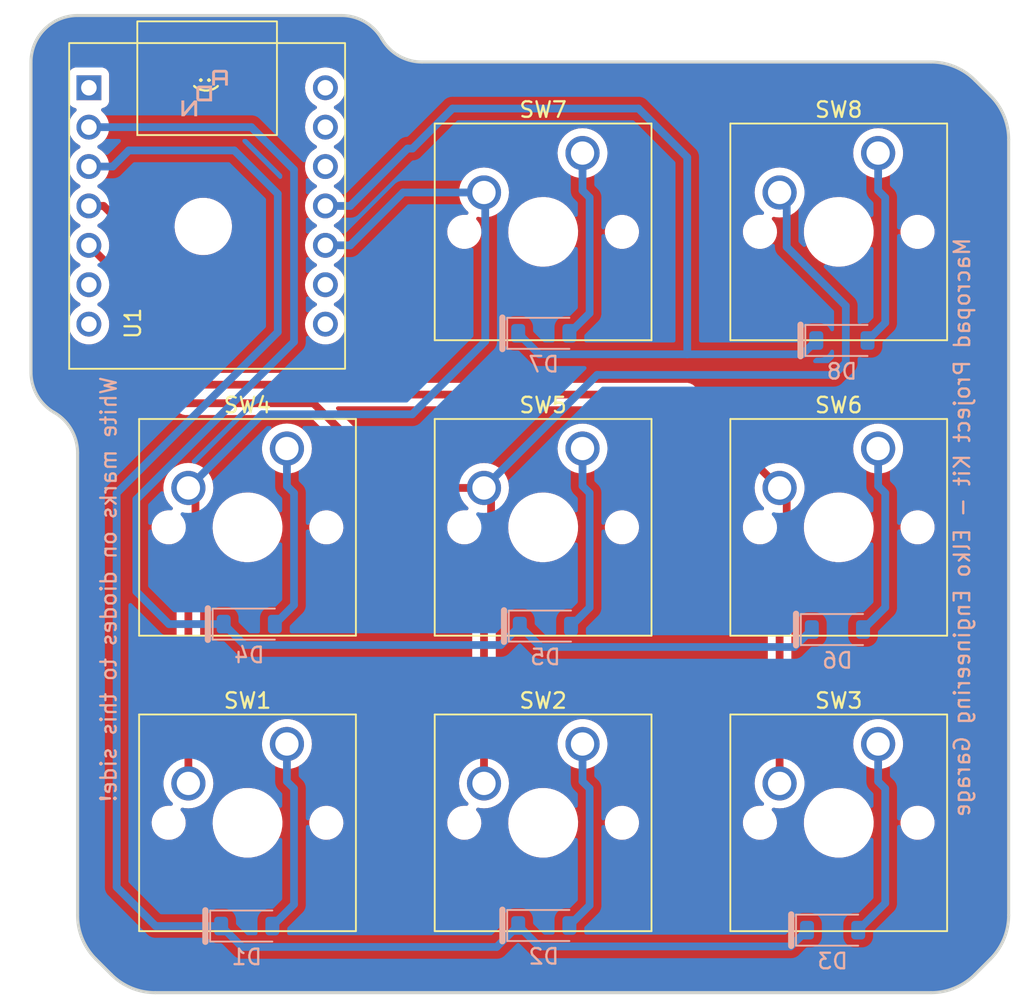
<source format=kicad_pcb>
(kicad_pcb (version 20221018) (generator pcbnew)
  (layers (0 "F.Cu" signal) (31 "B.Cu" signal) (34 "B.Paste" user) (35 "F.Paste" user) (36 "B.SilkS" user "B.Silkscreen") (37 "F.SilkS" user "F.Silkscreen") (38 "B.Mask" user) (39 "F.Mask" user) (44 "Edge.Cuts" user))
  (net 0 "")
  (net 1 "Net-(D1-Pad1)")
  (net 2 "Net-(D1-Pad2)")
  (net 3 "Net-(D2-Pad2)")
  (net 4 "Net-(D3-Pad2)")
  (net 5 "Net-(D4-Pad1)")
  (net 6 "Net-(D4-Pad2)")
  (net 7 "Net-(D5-Pad2)")
  (net 8 "Net-(D6-Pad2)")
  (net 9 "Net-(D7-Pad1)")
  (net 10 "Net-(D7-Pad2)")
  (net 11 "Net-(D8-Pad2)")
  (net 12 "Net-(SW1-Pad2)")
  (net 13 "Net-(SW2-Pad2)")
  (net 14 "Net-(SW3-Pad2)")
  (footprint "Proj_Library:SW_Cherry_MX_1.00u_PCB" (layer "F.Cu") (at 129.083 87.3)
    (fp_text reference "SW4" (at -2.54 -2.794) (layer "F.SilkS"))
    (fp_text value "SW_Push")
    (fp_line (start -9.525 -1.905) (end 4.445 -1.905) (stroke (width 0.12)) (layer "F.SilkS"))
    (fp_line (start -9.525 12.065) (end -9.525 -1.905) (stroke (width 0.12)) (layer "F.SilkS"))
    (fp_line (start 4.445 -1.905) (end 4.445 12.065) (stroke (width 0.12)) (layer "F.SilkS"))
    (fp_line (start 4.445 12.065) (end -9.525 12.065) (stroke (width 0.12)) (layer "F.SilkS"))
    (pad "" np_thru_hole circle (at -7.62 5.08) (size 1.7 1.7) (drill 1.7) (layers "*.Cu" "*.Mask"))
    (pad "" np_thru_hole circle (at -2.54 5.08) (size 4 4) (drill 4) (layers "*.Cu" "*.Mask"))
    (pad "" np_thru_hole circle (at 2.54 5.08) (size 1.7 1.7) (drill 1.7) (layers "*.Cu" "*.Mask"))
    (pad "1" thru_hole circle (at 0 0) (size 2.2 2.2) (drill 1.5) (layers "*.Cu" "*.Mask") (net 6 "Net-(D4-Pad2)"))
    (pad "2" thru_hole circle (at -6.35 2.54) (size 2.2 2.2) (drill 1.5) (layers "*.Cu" "*.Mask") (net 12 "Net-(SW1-Pad2)"))
  )
  (footprint "MountingHole:MountingHole_3.2mm_M3" (layer "F.Cu") (at 123.693 72.98)
    (fp_text reference " " (at 0 -4.2) (layer "F.SilkS"))
    (fp_text value "MountingHole_3.2mm_M3")
    (pad "" np_thru_hole circle (at 0 0) (size 3.2 3.2) (drill 3.2) (layers "*.Cu" "*.Mask"))
  )
  (footprint "Proj_Library:SW_Cherry_MX_1.00u_PCB" (layer "F.Cu") (at 129.083 106.35)
    (fp_text reference "SW1" (at -2.54 -2.794) (layer "F.SilkS"))
    (fp_text value "SW_Push")
    (fp_line (start -9.525 -1.905) (end 4.445 -1.905) (stroke (width 0.12)) (layer "F.SilkS"))
    (fp_line (start -9.525 12.065) (end -9.525 -1.905) (stroke (width 0.12)) (layer "F.SilkS"))
    (fp_line (start 4.445 -1.905) (end 4.445 12.065) (stroke (width 0.12)) (layer "F.SilkS"))
    (fp_line (start 4.445 12.065) (end -9.525 12.065) (stroke (width 0.12)) (layer "F.SilkS"))
    (pad "" np_thru_hole circle (at -7.62 5.08) (size 1.7 1.7) (drill 1.7) (layers "*.Cu" "*.Mask"))
    (pad "" np_thru_hole circle (at -2.54 5.08) (size 4 4) (drill 4) (layers "*.Cu" "*.Mask"))
    (pad "" np_thru_hole circle (at 2.54 5.08) (size 1.7 1.7) (drill 1.7) (layers "*.Cu" "*.Mask"))
    (pad "1" thru_hole circle (at 0 0) (size 2.2 2.2) (drill 1.5) (layers "*.Cu" "*.Mask") (net 2 "Net-(D1-Pad2)"))
    (pad "2" thru_hole circle (at -6.35 2.54) (size 2.2 2.2) (drill 1.5) (layers "*.Cu" "*.Mask") (net 12 "Net-(SW1-Pad2)"))
  )
  (footprint "Proj_Library:SW_Cherry_MX_1.00u_PCB" (layer "F.Cu") (at 167.183 106.35)
    (fp_text reference "SW3" (at -2.54 -2.794) (layer "F.SilkS"))
    (fp_text value "SW_Push")
    (fp_line (start -9.525 -1.905) (end 4.445 -1.905) (stroke (width 0.12)) (layer "F.SilkS"))
    (fp_line (start -9.525 12.065) (end -9.525 -1.905) (stroke (width 0.12)) (layer "F.SilkS"))
    (fp_line (start 4.445 -1.905) (end 4.445 12.065) (stroke (width 0.12)) (layer "F.SilkS"))
    (fp_line (start 4.445 12.065) (end -9.525 12.065) (stroke (width 0.12)) (layer "F.SilkS"))
    (pad "" np_thru_hole circle (at -7.62 5.08) (size 1.7 1.7) (drill 1.7) (layers "*.Cu" "*.Mask"))
    (pad "" np_thru_hole circle (at -2.54 5.08) (size 4 4) (drill 4) (layers "*.Cu" "*.Mask"))
    (pad "" np_thru_hole circle (at 2.54 5.08) (size 1.7 1.7) (drill 1.7) (layers "*.Cu" "*.Mask"))
    (pad "1" thru_hole circle (at 0 0) (size 2.2 2.2) (drill 1.5) (layers "*.Cu" "*.Mask") (net 4 "Net-(D3-Pad2)"))
    (pad "2" thru_hole circle (at -6.35 2.54) (size 2.2 2.2) (drill 1.5) (layers "*.Cu" "*.Mask") (net 14 "Net-(SW3-Pad2)"))
  )
  (footprint "Proj_Library:SW_Cherry_MX_1.00u_PCB" (layer "F.Cu") (at 148.133 68.25)
    (fp_text reference "SW7" (at -2.54 -2.794) (layer "F.SilkS"))
    (fp_text value "SW_Push")
    (fp_line (start -9.525 -1.905) (end 4.445 -1.905) (stroke (width 0.12)) (layer "F.SilkS"))
    (fp_line (start -9.525 12.065) (end -9.525 -1.905) (stroke (width 0.12)) (layer "F.SilkS"))
    (fp_line (start 4.445 -1.905) (end 4.445 12.065) (stroke (width 0.12)) (layer "F.SilkS"))
    (fp_line (start 4.445 12.065) (end -9.525 12.065) (stroke (width 0.12)) (layer "F.SilkS"))
    (pad "" np_thru_hole circle (at -7.62 5.08) (size 1.7 1.7) (drill 1.7) (layers "*.Cu" "*.Mask"))
    (pad "" np_thru_hole circle (at -2.54 5.08) (size 4 4) (drill 4) (layers "*.Cu" "*.Mask"))
    (pad "" np_thru_hole circle (at 2.54 5.08) (size 1.7 1.7) (drill 1.7) (layers "*.Cu" "*.Mask"))
    (pad "1" thru_hole circle (at 0 0) (size 2.2 2.2) (drill 1.5) (layers "*.Cu" "*.Mask") (net 10 "Net-(D7-Pad2)"))
    (pad "2" thru_hole circle (at -6.35 2.54) (size 2.2 2.2) (drill 1.5) (layers "*.Cu" "*.Mask") (net 12 "Net-(SW1-Pad2)"))
  )
  (footprint "Proj_Library:SW_Cherry_MX_1.00u_PCB" (layer "F.Cu") (at 148.133 87.3)
    (fp_text reference "SW5" (at -2.54 -2.794) (layer "F.SilkS"))
    (fp_text value "SW_Push")
    (fp_line (start -9.525 -1.905) (end 4.445 -1.905) (stroke (width 0.12)) (layer "F.SilkS"))
    (fp_line (start -9.525 12.065) (end -9.525 -1.905) (stroke (width 0.12)) (layer "F.SilkS"))
    (fp_line (start 4.445 -1.905) (end 4.445 12.065) (stroke (width 0.12)) (layer "F.SilkS"))
    (fp_line (start 4.445 12.065) (end -9.525 12.065) (stroke (width 0.12)) (layer "F.SilkS"))
    (pad "" np_thru_hole circle (at -7.62 5.08) (size 1.7 1.7) (drill 1.7) (layers "*.Cu" "*.Mask"))
    (pad "" np_thru_hole circle (at -2.54 5.08) (size 4 4) (drill 4) (layers "*.Cu" "*.Mask"))
    (pad "" np_thru_hole circle (at 2.54 5.08) (size 1.7 1.7) (drill 1.7) (layers "*.Cu" "*.Mask"))
    (pad "1" thru_hole circle (at 0 0) (size 2.2 2.2) (drill 1.5) (layers "*.Cu" "*.Mask") (net 7 "Net-(D5-Pad2)"))
    (pad "2" thru_hole circle (at -6.35 2.54) (size 2.2 2.2) (drill 1.5) (layers "*.Cu" "*.Mask") (net 13 "Net-(SW2-Pad2)"))
  )
  (footprint "seed_xiao_rpi_2040:MOUDLE14P-2.54-21X17.8MM" (layer "F.Cu") (at 123.941 71.658 90)
    (fp_text reference "U1" (at -7.57 -4.78 90 unlocked) (layer "F.SilkS"))
    (fp_text value "MOUDLE-SEEEDUINO-XIAO")
    (fp_rect (start -10.5 -8.89) (end 10.5 8.89) (stroke (width 0.12)) (fill none) (layer "F.SilkS"))
    (fp_rect (start 4.57 -4.5) (end 11.9 4.5) (stroke (width 0.12)) (fill none) (layer "F.SilkS"))
    (pad "1" thru_hole rect (at 7.62 -7.62 90) (size 1.6 1.6) (drill 1) (layers "*.Cu" "*.Mask"))
    (pad "2" thru_hole circle (at 5.08 -7.62 90) (size 1.6 1.6) (drill 1) (layers "*.Cu" "*.Mask") (net 5 "Net-(D4-Pad1)"))
    (pad "3" thru_hole circle (at 2.54 -7.62 90) (size 1.6 1.6) (drill 1) (layers "*.Cu" "*.Mask") (net 1 "Net-(D1-Pad1)"))
    (pad "4" thru_hole circle (at 0 -7.62 90) (size 1.6 1.6) (drill 1) (layers "*.Cu" "*.Mask") (net 14 "Net-(SW3-Pad2)"))
    (pad "5" thru_hole circle (at -2.54 -7.62 90) (size 1.6 1.6) (drill 1) (layers "*.Cu" "*.Mask") (net 13 "Net-(SW2-Pad2)"))
    (pad "6" thru_hole circle (at -5.08 -7.62 90) (size 1.6 1.6) (drill 1) (layers "*.Cu" "*.Mask"))
    (pad "7" thru_hole circle (at -7.62 -7.62 90) (size 1.6 1.6) (drill 1) (layers "*.Cu" "*.Mask"))
    (pad "8" thru_hole circle (at -7.62 7.62 90) (size 1.6 1.6) (drill 1) (layers "*.Cu" "*.Mask"))
    (pad "9" thru_hole circle (at -5.08 7.62 90) (size 1.6 1.6) (drill 1) (layers "*.Cu" "*.Mask"))
    (pad "10" thru_hole circle (at -2.54 7.62 90) (size 1.6 1.6) (drill 1) (layers "*.Cu" "*.Mask") (net 12 "Net-(SW1-Pad2)"))
    (pad "11" thru_hole circle (at 0 7.62 90) (size 1.6 1.6) (drill 1) (layers "*.Cu" "*.Mask") (net 9 "Net-(D7-Pad1)"))
    (pad "12" thru_hole circle (at 2.54 7.62 90) (size 1.6 1.6) (drill 1) (layers "*.Cu" "*.Mask"))
    (pad "13" thru_hole circle (at 5.08 7.62 90) (size 1.6 1.6) (drill 1) (layers "*.Cu" "*.Mask"))
    (pad "14" thru_hole circle (at 7.62 7.62 90) (size 1.6 1.6) (drill 1) (layers "*.Cu" "*.Mask"))
  )
  (footprint "Proj_Library:SW_Cherry_MX_1.00u_PCB" (layer "F.Cu") (at 167.183 87.3)
    (fp_text reference "SW6" (at -2.54 -2.794) (layer "F.SilkS"))
    (fp_text value "SW_Push")
    (fp_line (start -9.525 -1.905) (end 4.445 -1.905) (stroke (width 0.12)) (layer "F.SilkS"))
    (fp_line (start -9.525 12.065) (end -9.525 -1.905) (stroke (width 0.12)) (layer "F.SilkS"))
    (fp_line (start 4.445 -1.905) (end 4.445 12.065) (stroke (width 0.12)) (layer "F.SilkS"))
    (fp_line (start 4.445 12.065) (end -9.525 12.065) (stroke (width 0.12)) (layer "F.SilkS"))
    (pad "" np_thru_hole circle (at -7.62 5.08) (size 1.7 1.7) (drill 1.7) (layers "*.Cu" "*.Mask"))
    (pad "" np_thru_hole circle (at -2.54 5.08) (size 4 4) (drill 4) (layers "*.Cu" "*.Mask"))
    (pad "" np_thru_hole circle (at 2.54 5.08) (size 1.7 1.7) (drill 1.7) (layers "*.Cu" "*.Mask"))
    (pad "1" thru_hole circle (at 0 0) (size 2.2 2.2) (drill 1.5) (layers "*.Cu" "*.Mask") (net 8 "Net-(D6-Pad2)"))
    (pad "2" thru_hole circle (at -6.35 2.54) (size 2.2 2.2) (drill 1.5) (layers "*.Cu" "*.Mask") (net 14 "Net-(SW3-Pad2)"))
  )
  (footprint "Proj_Library:SW_Cherry_MX_1.00u_PCB" (layer "F.Cu") (at 167.183 68.25)
    (fp_text reference "SW8" (at -2.54 -2.794) (layer "F.SilkS"))
    (fp_text value "SW_Push")
    (fp_line (start -9.525 -1.905) (end 4.445 -1.905) (stroke (width 0.12)) (layer "F.SilkS"))
    (fp_line (start -9.525 12.065) (end -9.525 -1.905) (stroke (width 0.12)) (layer "F.SilkS"))
    (fp_line (start 4.445 -1.905) (end 4.445 12.065) (stroke (width 0.12)) (layer "F.SilkS"))
    (fp_line (start 4.445 12.065) (end -9.525 12.065) (stroke (width 0.12)) (layer "F.SilkS"))
    (pad "" np_thru_hole circle (at -7.62 5.08) (size 1.7 1.7) (drill 1.7) (layers "*.Cu" "*.Mask"))
    (pad "" np_thru_hole circle (at -2.54 5.08) (size 4 4) (drill 4) (layers "*.Cu" "*.Mask"))
    (pad "" np_thru_hole circle (at 2.54 5.08) (size 1.7 1.7) (drill 1.7) (layers "*.Cu" "*.Mask"))
    (pad "1" thru_hole circle (at 0 0) (size 2.2 2.2) (drill 1.5) (layers "*.Cu" "*.Mask") (net 11 "Net-(D8-Pad2)"))
    (pad "2" thru_hole circle (at -6.35 2.54) (size 2.2 2.2) (drill 1.5) (layers "*.Cu" "*.Mask") (net 13 "Net-(SW2-Pad2)"))
  )
  (footprint "Proj_Library:SW_Cherry_MX_1.00u_PCB" (layer "F.Cu") (at 148.133 106.35)
    (fp_text reference "SW2" (at -2.54 -2.794) (layer "F.SilkS"))
    (fp_text value "SW_Push")
    (fp_line (start -9.525 -1.905) (end 4.445 -1.905) (stroke (width 0.12)) (layer "F.SilkS"))
    (fp_line (start -9.525 12.065) (end -9.525 -1.905) (stroke (width 0.12)) (layer "F.SilkS"))
    (fp_line (start 4.445 -1.905) (end 4.445 12.065) (stroke (width 0.12)) (layer "F.SilkS"))
    (fp_line (start 4.445 12.065) (end -9.525 12.065) (stroke (width 0.12)) (layer "F.SilkS"))
    (pad "" np_thru_hole circle (at -7.62 5.08) (size 1.7 1.7) (drill 1.7) (layers "*.Cu" "*.Mask"))
    (pad "" np_thru_hole circle (at -2.54 5.08) (size 4 4) (drill 4) (layers "*.Cu" "*.Mask"))
    (pad "" np_thru_hole circle (at 2.54 5.08) (size 1.7 1.7) (drill 1.7) (layers "*.Cu" "*.Mask"))
    (pad "1" thru_hole circle (at 0 0) (size 2.2 2.2) (drill 1.5) (layers "*.Cu" "*.Mask") (net 3 "Net-(D2-Pad2)"))
    (pad "2" thru_hole circle (at -6.35 2.54) (size 2.2 2.2) (drill 1.5) (layers "*.Cu" "*.Mask") (net 13 "Net-(SW2-Pad2)"))
  )
  (footprint "Proj_Library:D_SOD-123_polarity_indicated" (layer "B.Cu") (at 145.636 118.05)
    (fp_text reference "D2" (at 0 2 180) (layer "B.SilkS") (effects (justify mirror)))
    (fp_text value "D")
    (fp_line (start -2.667 1.016) (end -2.667 -1.016) (stroke (width 0.4)) (layer "B.SilkS"))
    (fp_line (start -2.36 -1) (end 1.65 -1) (stroke (width 0.12)) (layer "B.SilkS"))
    (fp_line (start -2.36 1) (end -2.36 -1) (stroke (width 0.12)) (layer "B.SilkS"))
    (fp_line (start -2.36 1) (end 1.65 1) (stroke (width 0.12)) (layer "B.SilkS"))
    (pad "1" smd roundrect (at -1.65 0) (size 0.9 1.2) (layers "B.Cu" "B.Paste" "B.Mask") (net 1 "Net-(D1-Pad1)"))
    (pad "2" smd roundrect (at 1.65 0) (size 0.9 1.2) (layers "B.Cu" "B.Paste" "B.Mask") (net 3 "Net-(D2-Pad2)"))
  )
  (footprint "Proj_Library:D_SOD-123_polarity_indicated" (layer "B.Cu") (at 164.248 118.352)
    (fp_text reference "D3" (at 0 2 180) (layer "B.SilkS") (effects (justify mirror)))
    (fp_text value "D")
    (fp_line (start -2.667 1.016) (end -2.667 -1.016) (stroke (width 0.4)) (layer "B.SilkS"))
    (fp_line (start -2.36 -1) (end 1.65 -1) (stroke (width 0.12)) (layer "B.SilkS"))
    (fp_line (start -2.36 1) (end -2.36 -1) (stroke (width 0.12)) (layer "B.SilkS"))
    (fp_line (start -2.36 1) (end 1.65 1) (stroke (width 0.12)) (layer "B.SilkS"))
    (pad "1" smd roundrect (at -1.65 0) (size 0.9 1.2) (layers "B.Cu" "B.Paste" "B.Mask") (net 1 "Net-(D1-Pad1)"))
    (pad "2" smd roundrect (at 1.65 0) (size 0.9 1.2) (layers "B.Cu" "B.Paste" "B.Mask") (net 4 "Net-(D3-Pad2)"))
  )
  (footprint "Proj_Library:D_SOD-123_polarity_indicated" (layer "B.Cu") (at 126.494 118.086)
    (fp_text reference "D1" (at 0 2 180) (layer "B.SilkS") (effects (justify mirror)))
    (fp_text value "D")
    (fp_line (start -2.667 1.016) (end -2.667 -1.016) (stroke (width 0.4)) (layer "B.SilkS"))
    (fp_line (start -2.36 -1) (end 1.65 -1) (stroke (width 0.12)) (layer "B.SilkS"))
    (fp_line (start -2.36 1) (end -2.36 -1) (stroke (width 0.12)) (layer "B.SilkS"))
    (fp_line (start -2.36 1) (end 1.65 1) (stroke (width 0.12)) (layer "B.SilkS"))
    (pad "1" smd roundrect (at -1.65 0) (size 0.9 1.2) (layers "B.Cu" "B.Paste" "B.Mask") (net 1 "Net-(D1-Pad1)"))
    (pad "2" smd roundrect (at 1.65 0) (size 0.9 1.2) (layers "B.Cu" "B.Paste" "B.Mask") (net 2 "Net-(D1-Pad2)"))
  )
  (footprint "Proj_Library:D_SOD-123_polarity_indicated" (layer "B.Cu") (at 145.741 98.746)
    (fp_text reference "D5" (at 0 2 180) (layer "B.SilkS") (effects (justify mirror)))
    (fp_text value "D")
    (fp_line (start -2.667 1.016) (end -2.667 -1.016) (stroke (width 0.4)) (layer "B.SilkS"))
    (fp_line (start -2.36 -1) (end 1.65 -1) (stroke (width 0.12)) (layer "B.SilkS"))
    (fp_line (start -2.36 1) (end -2.36 -1) (stroke (width 0.12)) (layer "B.SilkS"))
    (fp_line (start -2.36 1) (end 1.65 1) (stroke (width 0.12)) (layer "B.SilkS"))
    (pad "1" smd roundrect (at -1.65 0) (size 0.9 1.2) (layers "B.Cu" "B.Paste" "B.Mask") (net 5 "Net-(D4-Pad1)"))
    (pad "2" smd roundrect (at 1.65 0) (size 0.9 1.2) (layers "B.Cu" "B.Paste" "B.Mask") (net 7 "Net-(D5-Pad2)"))
  )
  (footprint "Proj_Library:D_SOD-123_polarity_indicated" (layer "B.Cu") (at 164.559 98.969)
    (fp_text reference "D6" (at 0 2 180) (layer "B.SilkS") (effects (justify mirror)))
    (fp_text value "D")
    (fp_line (start -2.667 1.016) (end -2.667 -1.016) (stroke (width 0.4)) (layer "B.SilkS"))
    (fp_line (start -2.36 -1) (end 1.65 -1) (stroke (width 0.12)) (layer "B.SilkS"))
    (fp_line (start -2.36 1) (end -2.36 -1) (stroke (width 0.12)) (layer "B.SilkS"))
    (fp_line (start -2.36 1) (end 1.65 1) (stroke (width 0.12)) (layer "B.SilkS"))
    (pad "1" smd roundrect (at -1.65 0) (size 0.9 1.2) (layers "B.Cu" "B.Paste" "B.Mask") (net 5 "Net-(D4-Pad1)"))
    (pad "2" smd roundrect (at 1.65 0) (size 0.9 1.2) (layers "B.Cu" "B.Paste" "B.Mask") (net 8 "Net-(D6-Pad2)"))
  )
  (footprint "Proj_Library:D_SOD-123_polarity_indicated" (layer "B.Cu") (at 164.848 80.331)
    (fp_text reference "D8" (at 0 2 180) (layer "B.SilkS") (effects (justify mirror)))
    (fp_text value "D")
    (fp_line (start -2.667 1.016) (end -2.667 -1.016) (stroke (width 0.4)) (layer "B.SilkS"))
    (fp_line (start -2.36 -1) (end 1.65 -1) (stroke (width 0.12)) (layer "B.SilkS"))
    (fp_line (start -2.36 1) (end -2.36 -1) (stroke (width 0.12)) (layer "B.SilkS"))
    (fp_line (start -2.36 1) (end 1.65 1) (stroke (width 0.12)) (layer "B.SilkS"))
    (pad "1" smd roundrect (at -1.65 0) (size 0.9 1.2) (layers "B.Cu" "B.Paste" "B.Mask") (net 9 "Net-(D7-Pad1)"))
    (pad "2" smd roundrect (at 1.65 0) (size 0.9 1.2) (layers "B.Cu" "B.Paste" "B.Mask") (net 11 "Net-(D8-Pad2)"))
  )
  (footprint "Proj_Library:D_SOD-123_polarity_indicated" (layer "B.Cu") (at 126.656 98.619)
    (fp_text reference "D4" (at 0 2 180) (layer "B.SilkS") (effects (justify mirror)))
    (fp_text value "D")
    (fp_line (start -2.667 1.016) (end -2.667 -1.016) (stroke (width 0.4)) (layer "B.SilkS"))
    (fp_line (start -2.36 -1) (end 1.65 -1) (stroke (width 0.12)) (layer "B.SilkS"))
    (fp_line (start -2.36 1) (end -2.36 -1) (stroke (width 0.12)) (layer "B.SilkS"))
    (fp_line (start -2.36 1) (end 1.65 1) (stroke (width 0.12)) (layer "B.SilkS"))
    (pad "1" smd roundrect (at -1.65 0) (size 0.9 1.2) (layers "B.Cu" "B.Paste" "B.Mask") (net 5 "Net-(D4-Pad1)"))
    (pad "2" smd roundrect (at 1.65 0) (size 0.9 1.2) (layers "B.Cu" "B.Paste" "B.Mask") (net 6 "Net-(D4-Pad2)"))
  )
  (footprint "Proj_Library:D_SOD-123_polarity_indicated" (layer "B.Cu") (at 145.636 79.871)
    (fp_text reference "D7" (at 0 2 180) (layer "B.SilkS") (effects (justify mirror)))
    (fp_text value "D")
    (fp_line (start -2.667 1.016) (end -2.667 -1.016) (stroke (width 0.4)) (layer "B.SilkS"))
    (fp_line (start -2.36 -1) (end 1.65 -1) (stroke (width 0.12)) (layer "B.SilkS"))
    (fp_line (start -2.36 1) (end -2.36 -1) (stroke (width 0.12)) (layer "B.SilkS"))
    (fp_line (start -2.36 1) (end 1.65 1) (stroke (width 0.12)) (layer "B.SilkS"))
    (pad "1" smd roundrect (at -1.65 0) (size 0.9 1.2) (layers "B.Cu" "B.Paste" "B.Mask") (net 9 "Net-(D7-Pad1)"))
    (pad "2" smd roundrect (at 1.65 0) (size 0.9 1.2) (layers "B.Cu" "B.Paste" "B.Mask") (net 10 "Net-(D7-Pad2)"))
  )
  (gr_poly (pts (xy 125.093 62.88) (xy 125.103011 62.880757) (xy 125.112874 62.882003) (xy 125.122575 62.883726) (xy 125.132103 62.885915) (xy 125.141446 62.888557) (xy 125.150592 62.89164) (xy 125.159528 62.895151) (xy 125.168243 62.899079) (xy 125.176723 62.903411) (xy 125.184957 62.908136) (xy 125.192934 62.91324) (xy 125.200639 62.918712) (xy 125.208062 62.92454) (xy 125.215191 62.930711) (xy 125.222012 62.937213) (xy 125.228514 62.944035) (xy 125.234685 62.951163) (xy 125.240513 62.958587) (xy 125.245985 62.966292) (xy 125.251089 62.974269) (xy 125.255813 62.982503) (xy 125.260145 62.990983) (xy 125.264073 62.999698) (xy 125.267584 63.008634) (xy 125.270666 63.017779) (xy 125.273308 63.027122) (xy 125.275497 63.03665) (xy 125.27722 63.046351) (xy 125.278466 63.056213) (xy 125.279223 63.066223) (xy 125.279478 63.07637) (xy 125.279478 63.898231) (xy 125.092756 63.898231) (xy 125.092756 63.555908) (xy 124.449133 63.555908) (xy 124.449133 63.898231) (xy 124.260992 63.898231) (xy 124.260992 63.369178) (xy 124.449133 63.369178) (xy 125.092756 63.369178) (xy 125.092756 63.07637) (xy 125.092744 63.075817) (xy 125.092707 63.075277) (xy 125.092647 63.074749) (xy 125.092563 63.074234) (xy 125.092456 63.073733) (xy 125.092328 63.073245) (xy 125.092177 63.072771) (xy 125.092006 63.072311) (xy 125.091813 63.071866) (xy 125.091601 63.071436) (xy 125.091369 63.071022) (xy 125.091117 63.070623) (xy 125.090847 63.07024) (xy 125.090559 63.069874) (xy 125.090253 63.069524) (xy 125.08993 63.069191) (xy 125.089591 63.068876) (xy 125.089235 63.068579) (xy 125.088864 63.0683) (xy 125.088477 63.068039) (xy 125.088077 63.067798) (xy 125.087662 63.067575) (xy 125.087233 63.067372) (xy 125.086792 63.067189) (xy 125.086338 63.067026) (xy 125.085872 63.066884) (xy 125.085394 63.066763) (xy 125.084906 63.066663) (xy 125.084407 63.066584) (xy 125.083898 63.066528) (xy 125.08338 63.066493) (xy 125.082853 63.066482) (xy 124.459035 63.066482) (xy 124.458509 63.066494) (xy 124.457991 63.06653) (xy 124.457483 63.06659) (xy 124.456985 63.066672) (xy 124.456497 63.066777) (xy 124.456019 63.066904) (xy 124.455554 63.067053) (xy 124.4551 63.067222) (xy 124.454659 63.067413) (xy 124.45423 63.067623) (xy 124.453815 63.067853) (xy 124.453414 63.068102) (xy 124.453028 63.06837) (xy 124.452657 63.068656) (xy 124.452301 63.068959) (xy 124.451961 63.06928) (xy 124.451638 63.069618) (xy 124.451332 63.069972) (xy 124.451044 63.070342) (xy 124.450773 63.070727) (xy 124.450522 63.071127) (xy 124.450289 63.071541) (xy 124.450076 63.071969) (xy 124.449884 63.072411) (xy 124.449712 63.072865) (xy 124.449561 63.073332) (xy 124.449432 63.073811) (xy 124.449326 63.074302) (xy 124.449242 63.074804) (xy 124.449182 63.075316) (xy 124.449145 63.075838) (xy 124.449133 63.07637) (xy 124.449133 63.369178) (xy 124.260992 63.369178) (xy 124.260992 63.07637) (xy 124.261251 63.066223) (xy 124.262019 63.056213) (xy 124.263284 63.046351) (xy 124.265034 63.03665) (xy 124.267254 63.027122) (xy 124.269934 63.017779) (xy 124.273059 63.008634) (xy 124.276618 62.999698) (xy 124.280598 62.990983) (xy 124.284985 62.982503) (xy 124.289768 62.974269) (xy 124.294933 62.966292) (xy 124.300468 62.958587) (xy 124.30636 62.951163) (xy 124.312597 62.944035) (xy 124.319166 62.937213) (xy 124.326053 62.930711) (xy 124.333247 62.92454) (xy 124.340735 62.918712) (xy 124.348504 62.91324) (xy 124.356541 62.908136) (xy 124.364834 62.903411) (xy 124.373369 62.899079) (xy 124.382135 62.895151) (xy 124.391119 62.89164) (xy 124.400307 62.888557) (xy 124.409687 62.885915) (xy 124.419247 62.883726) (xy 124.428974 62.882003) (xy 124.438855 62.880757) (xy 124.448877 62.88) (xy 124.459028 62.879745) (xy 125.082853 62.879745)) (fill solid) (layer "B.SilkS"))
  (gr_poly (pts (xy 124.260992 63.898231) (xy 124.260992 64.916709) (xy 123.440549 64.916709) (xy 123.430399 64.916454) (xy 123.420376 64.915698) (xy 123.410496 64.914452) (xy 123.400769 64.912728) (xy 123.391209 64.91054) (xy 123.381829 64.907898) (xy 123.37264 64.904815) (xy 123.363657 64.901304) (xy 123.354891 64.897377) (xy 123.346355 64.893045) (xy 123.338063 64.888321) (xy 123.330026 64.883217) (xy 123.322257 64.877745) (xy 123.314769 64.871917) (xy 123.307575 64.865746) (xy 123.300687 64.859244) (xy 123.294119 64.852422) (xy 123.287882 64.845294) (xy 123.28199 64.837871) (xy 123.276455 64.830165) (xy 123.271289 64.822189) (xy 123.266507 64.813955) (xy 123.262119 64.805474) (xy 123.25814 64.79676) (xy 123.254581 64.787824) (xy 123.251456 64.778678) (xy 123.248776 64.769335) (xy 123.246555 64.759807) (xy 123.244806 64.750105) (xy 123.243541 64.740243) (xy 123.242772 64.730232) (xy 123.242513 64.720085) (xy 123.430654 64.720085) (xy 123.430666 64.720585) (xy 123.430703 64.72108) (xy 123.430763 64.721568) (xy 123.430847 64.722049) (xy 123.430953 64.722523) (xy 123.431082 64.722989) (xy 123.431232 64.723445) (xy 123.431403 64.723892) (xy 123.431595 64.724329) (xy 123.431807 64.724755) (xy 123.432039 64.725169) (xy 123.43229 64.72557) (xy 123.43256 64.725959) (xy 123.432848 64.726334) (xy 123.433153 64.726694) (xy 123.433476 64.72704) (xy 123.433815 64.72737) (xy 123.434171 64.727683) (xy 123.434541 64.727979) (xy 123.434927 64.728258) (xy 123.435328 64.728518) (xy 123.435743 64.728759) (xy 123.436171 64.728981) (xy 123.436612 64.729182) (xy 123.437066 64.729361) (xy 123.437531 64.729519) (xy 123.438009 64.729655) (xy 123.438497 64.729767) (xy 123.438995 64.729856) (xy 123.439504 64.72992) (xy 123.440022 64.729959) (xy 123.440549 64.729972) (xy 124.064367 64.729972) (xy 124.064893 64.72996) (xy 124.065411 64.729924) (xy 124.065919 64.729864) (xy 124.066418 64.729782) (xy 124.066906 64.729677) (xy 124.067383 64.72955) (xy 124.067849 64.729401) (xy 124.068302 64.729231) (xy 124.068744 64.729041) (xy 124.069172 64.72883) (xy 124.069587 64.7286) (xy 124.069988 64.728351) (xy 124.070374 64.728083) (xy 124.070746 64.727796) (xy 124.071102 64.727493) (xy 124.071441 64.727171) (xy 124.071764 64.726834) (xy 124.07207 64.726479) (xy 124.072359 64.72611) (xy 124.072629 64.725724) (xy 124.072881 64.725324) (xy 124.073113 64.72491) (xy 124.073326 64.724482) (xy 124.073519 64.72404) (xy 124.07369 64.723586) (xy 124.073841 64.723119) (xy 124.07397 64.72264) (xy 124.074077 64.72215) (xy 124.07416 64.721649) (xy 124.074221 64.721137) (xy 124.074258 64.720616) (xy 124.07427 64.720085) (xy 124.07427 64.094848) (xy 124.074258 64.094296) (xy 124.074221 64.093756) (xy 124.074161 64.093229) (xy 124.074077 64.092715) (xy 124.073971 64.092214) (xy 124.073842 64.091727) (xy 124.073692 64.091253) (xy 124.073521 64.090794) (xy 124.073329 64.090349) (xy 124.073116 64.08992) (xy 124.072884 64.089505) (xy 124.072633 64.089107) (xy 124.072363 64.088724) (xy 124.072075 64.088358) (xy 124.07177 64.088009) (xy 124.071447 64.087677) (xy 124.071108 64.087362) (xy 124.070752 64.087065) (xy 124.070381 64.086786) (xy 124.069995 64.086525) (xy 124.069594 64.086283) (xy 124.069179 64.086061) (xy 124.06875 64.085858) (xy 124.068309 64.085675) (xy 124.067855 64.085512) (xy 124.067389 64.08537) (xy 124.066911 64.085249) (xy 124.066422 64.085149) (xy 124.065923 64.08507) (xy 124.065414 64.085014) (xy 124.064895 64.08498) (xy 124.064367 64.084968) (xy 123.440549 64.084968) (xy 123.440024 64.08498) (xy 123.439507 64.085016) (xy 123.438999 64.085076) (xy 123.438501 64.085158) (xy 123.438014 64.085263) (xy 123.437537 64.08539) (xy 123.437072 64.085539) (xy 123.436618 64.085708) (xy 123.436177 64.085898) (xy 123.435749 64.086109) (xy 123.435335 64.086338) (xy 123.434934 64.086587) (xy 123.434548 64.086855) (xy 123.434177 64.087141) (xy 123.433821 64.087444) (xy 123.433482 64.087765) (xy 123.433159 64.088103) (xy 123.432853 64.088456) (xy 123.432565 64.088826) (xy 123.432294 64.089211) (xy 123.432043 64.08961) (xy 123.43181 64.090024) (xy 123.431598 64.090452) (xy 123.431405 64.090894) (xy 123.431233 64.091348) (xy 123.431083 64.091814) (xy 123.430954 64.092293) (xy 123.430847 64.092783) (xy 123.430764 64.093284) (xy 123.430703 64.093795) (xy 123.430666 64.094317) (xy 123.430654 64.094848) (xy 123.430654 64.720085) (xy 123.242513 64.720085) (xy 123.242513 64.094848) (xy 123.242772 64.084701) (xy 123.243541 64.07469) (xy 123.244806 64.064827) (xy 123.246555 64.055126) (xy 123.248776 64.045598) (xy 123.251455 64.036255) (xy 123.25458 64.027109) (xy 123.258139 64.018173) (xy 123.262118 64.009458) (xy 123.266505 64.000978) (xy 123.271288 63.992744) (xy 123.276453 63.984767) (xy 123.281988 63.977062) (xy 123.28788 63.969639) (xy 123.294116 63.96251) (xy 123.300685 63.955689) (xy 123.307572 63.949187) (xy 123.314766 63.943016) (xy 123.322254 63.937188) (xy 123.330022 63.931716) (xy 123.338059 63.926612) (xy 123.346352 63.921888) (xy 123.354888 63.917556) (xy 123.363654 63.913628) (xy 123.372637 63.910117) (xy 123.381826 63.907035) (xy 123.391206 63.904393) (xy 123.400767 63.902204) (xy 123.410494 63.900481) (xy 123.420375 63.899235) (xy 123.430398 63.898478) (xy 123.440549 63.898223)) (fill solid) (layer "B.SilkS"))
  (gr_poly (pts (xy 122.467611 65.603378) (xy 123.094259 64.856491) (xy 123.297948 64.856491) (xy 123.297948 65.874969) (xy 123.111234 65.874969) (xy 123.111234 65.128082) (xy 122.483167 65.874969) (xy 122.27947 65.874969) (xy 122.27947 64.856491) (xy 122.467611 64.856491)) (fill solid) (layer "B.SilkS"))
  (gr_line (start 175.593 67.38) (end 175.593 117.38) (stroke (width 0.2)) (layer "Edge.Cuts"))
  (gr_line (start 117.7646 121.2084) (end 116.7646 120.2084) (stroke (width 0.2)) (layer "Edge.Cuts"))
  (gr_arc (start 112.593 62.38) (mid 113.47168 60.25868) (end 115.593 59.38) (stroke (width 0.2)) (layer "Edge.Cuts"))
  (gr_line (start 174.4214 120.2084) (end 173.4214 121.2084) (stroke (width 0.2)) (layer "Edge.Cuts"))
  (gr_line (start 112.593 82.38) (end 112.593 62.38) (stroke (width 0.2)) (layer "Edge.Cuts"))
  (gr_arc (start 120.593 122.38) (mid 119.062266 122.075518) (end 117.764573 121.208427) (stroke (width 0.2)) (layer "Edge.Cuts"))
  (gr_arc (start 173.421427 121.208427) (mid 172.123734 122.075518) (end 170.593 122.38) (stroke (width 0.2)) (layer "Edge.Cuts"))
  (gr_arc (start 132.593 59.38) (mid 134.093 59.781924) (end 135.191076 60.88) (stroke (width 0.2)) (layer "Edge.Cuts"))
  (gr_line (start 170.593 122.38) (end 120.593 122.38) (stroke (width 0.2)) (layer "Edge.Cuts"))
  (gr_arc (start 137.78915 62.38) (mid 136.289168 61.978057) (end 135.191074 60.88) (stroke (width 0.2)) (layer "Edge.Cuts"))
  (gr_line (start 115.593 117.38) (end 115.593 87.57615) (stroke (width 0.2)) (layer "Edge.Cuts"))
  (gr_line (start 173.4214 63.5516) (end 174.4214 64.5516) (stroke (width 0.2)) (layer "Edge.Cuts"))
  (gr_arc (start 170.593 62.38) (mid 172.123734 62.684482) (end 173.421427 63.551573) (stroke (width 0.2)) (layer "Edge.Cuts"))
  (gr_line (start 115.593 59.38) (end 132.593 59.38) (stroke (width 0.2)) (layer "Edge.Cuts"))
  (gr_arc (start 114.093 84.978074) (mid 115.191095 86.076146) (end 115.593 87.57615) (stroke (width 0.2)) (layer "Edge.Cuts"))
  (gr_arc (start 174.421427 64.551573) (mid 175.288518 65.849266) (end 175.593 67.38) (stroke (width 0.2)) (layer "Edge.Cuts"))
  (gr_arc (start 114.093 84.978076) (mid 112.994924 83.88) (end 112.593 82.38) (stroke (width 0.2)) (layer "Edge.Cuts"))
  (gr_arc (start 116.764573 120.208427) (mid 115.897482 118.910734) (end 115.593 117.38) (stroke (width 0.2)) (layer "Edge.Cuts"))
  (gr_arc (start 175.593 117.38) (mid 175.288518 118.910734) (end 174.421427 120.208427) (stroke (width 0.2)) (layer "Edge.Cuts"))
  (gr_line (start 137.78915 62.38) (end 170.593 62.38) (stroke (width 0.2)) (layer "Edge.Cuts"))
  (gr_text "White marks on diodes to this side!" (at 117.593 96.38 90) (layer "B.SilkS") (effects (font (size 1 1)) (justify mirror)))
  (gr_text "Macropad Project Kit - Elko Engineering Garage" (at 172.593 92.38 90) (layer "B.SilkS") (effects (font (size 1 1)) (justify mirror)))
  (gr_text ":)" (at 123.941 63.88 270) (layer "F.SilkS") (effects (font (size 1 1))))
  (segment (start 145.336 119.4) (end 161.55 119.4) (width 0.5) (layer "B.Cu") (net 1))
  (segment (start 124.844 118.086) (end 120.626 118.086) (width 0.5) (layer "B.Cu") (net 1))
  (segment (start 161.55 119.4) (end 162.598 118.352) (width 0.5) (layer "B.Cu") (net 1))
  (segment (start 124.844 118.086) (end 126.194 119.436) (width 0.5) (layer "B.Cu") (net 1))
  (segment (start 143.986 118.05) (end 145.336 119.4) (width 0.5) (layer "B.Cu") (net 1))
  (segment (start 118.893 68.08) (end 117.855 69.118) (width 0.5) (layer "B.Cu") (net 1))
  (segment (start 125.693 68.08) (end 118.893 68.08) (width 0.5) (layer "B.Cu") (net 1))
  (segment (start 128.493 79.787) (end 128.493 70.88) (width 0.5) (layer "B.Cu") (net 1))
  (segment (start 117.855 69.118) (end 116.321 69.118) (width 0.5) (layer "B.Cu") (net 1))
  (segment (start 126.194 119.436) (end 142.6 119.436) (width 0.5) (layer "B.Cu") (net 1))
  (segment (start 142.6 119.436) (end 143.986 118.05) (width 0.5) (layer "B.Cu") (net 1))
  (segment (start 118.11 90.17) (end 128.493 79.787) (width 0.5) (layer "B.Cu") (net 1))
  (segment (start 118.11 115.57) (end 118.11 90.17) (width 0.5) (layer "B.Cu") (net 1))
  (segment (start 128.493 70.88) (end 125.693 68.08) (width 0.5) (layer "B.Cu") (net 1))
  (segment (start 120.626 118.086) (end 118.11 115.57) (width 0.5) (layer "B.Cu") (net 1))
  (segment (start 129.54 109.22) (end 129.54 116.69) (width 0.5) (layer "B.Cu") (net 2))
  (segment (start 129.54 116.69) (end 128.144 118.086) (width 0.5) (layer "B.Cu") (net 2))
  (segment (start 129.083 108.763) (end 129.54 109.22) (width 0.5) (layer "B.Cu") (net 2))
  (segment (start 129.083 106.35) (end 129.083 108.763) (width 0.5) (layer "B.Cu") (net 2))
  (segment (start 148.59 116.746) (end 147.286 118.05) (width 0.5) (layer "B.Cu") (net 3))
  (segment (start 148.133 106.35) (end 148.133 108.763) (width 0.5) (layer "B.Cu") (net 3))
  (segment (start 148.133 108.763) (end 148.59 109.22) (width 0.5) (layer "B.Cu") (net 3))
  (segment (start 148.59 109.22) (end 148.59 116.746) (width 0.5) (layer "B.Cu") (net 3))
  (segment (start 167.64 116.61) (end 165.898 118.352) (width 0.5) (layer "B.Cu") (net 4))
  (segment (start 167.183 106.35) (end 167.183 108.763) (width 0.5) (layer "B.Cu") (net 4))
  (segment (start 167.64 109.22) (end 167.64 116.61) (width 0.5) (layer "B.Cu") (net 4))
  (segment (start 167.183 108.763) (end 167.64 109.22) (width 0.5) (layer "B.Cu") (net 4))
  (segment (start 142.868 99.969) (end 126.356 99.969) (width 0.5) (layer "B.Cu") (net 5))
  (segment (start 119.38 96.52) (end 119.38 90.576704) (width 0.5) (layer "B.Cu") (net 5))
  (segment (start 125.006 98.619) (end 121.479 98.619) (width 0.5) (layer "B.Cu") (net 5))
  (segment (start 145.441 100.096) (end 161.782 100.096) (width 0.5) (layer "B.Cu") (net 5))
  (segment (start 121.479 98.619) (end 119.38 96.52) (width 0.5) (layer "B.Cu") (net 5))
  (segment (start 161.782 100.096) (end 162.909 98.969) (width 0.5) (layer "B.Cu") (net 5))
  (segment (start 126.356 99.969) (end 125.006 98.619) (width 0.5) (layer "B.Cu") (net 5))
  (segment (start 129.54 80.416704) (end 129.54 69.327) (width 0.5) (layer "B.Cu") (net 5))
  (segment (start 129.54 69.327) (end 126.791 66.578) (width 0.5) (layer "B.Cu") (net 5))
  (segment (start 144.091 98.746) (end 142.868 99.969) (width 0.5) (layer "B.Cu") (net 5))
  (segment (start 126.791 66.578) (end 116.321 66.578) (width 0.5) (layer "B.Cu") (net 5))
  (segment (start 119.38 90.576704) (end 129.54 80.416704) (width 0.5) (layer "B.Cu") (net 5))
  (segment (start 144.091 98.746) (end 145.441 100.096) (width 0.5) (layer "B.Cu") (net 5))
  (segment (start 129.54 90.17) (end 129.54 97.385) (width 0.5) (layer "B.Cu") (net 6))
  (segment (start 129.083 89.713) (end 129.54 90.17) (width 0.5) (layer "B.Cu") (net 6))
  (segment (start 129.083 87.3) (end 129.083 89.713) (width 0.5) (layer "B.Cu") (net 6))
  (segment (start 129.54 97.385) (end 128.306 98.619) (width 0.5) (layer "B.Cu") (net 6))
  (segment (start 148.133 87.3) (end 148.133 89.713) (width 0.5) (layer "B.Cu") (net 7))
  (segment (start 148.59 97.547) (end 147.391 98.746) (width 0.5) (layer "B.Cu") (net 7))
  (segment (start 148.59 90.17) (end 148.59 97.547) (width 0.5) (layer "B.Cu") (net 7))
  (segment (start 148.133 89.713) (end 148.59 90.17) (width 0.5) (layer "B.Cu") (net 7))
  (segment (start 167.183 87.3) (end 167.183 89.713) (width 0.5) (layer "B.Cu") (net 8))
  (segment (start 167.64 97.538) (end 166.209 98.969) (width 0.5) (layer "B.Cu") (net 8))
  (segment (start 167.64 90.17) (end 167.64 97.538) (width 0.5) (layer "B.Cu") (net 8))
  (segment (start 167.183 89.713) (end 167.64 90.17) (width 0.5) (layer "B.Cu") (net 8))
  (segment (start 145.336 81.221) (end 143.986 79.871) (width 0.5) (layer "B.Cu") (net 9))
  (segment (start 163.198 80.331) (end 162.308 81.221) (width 0.5) (layer "B.Cu") (net 9))
  (segment (start 139.753 65.38) (end 137.173 67.96) (width 0.5) (layer "B.Cu") (net 9))
  (segment (start 136.859 67.96) (end 133.161 71.658) (width 0.5) (layer "B.Cu") (net 9))
  (segment (start 154.881 81.221) (end 154.881 68.521) (width 0.5) (layer "B.Cu") (net 9))
  (segment (start 137.173 67.96) (end 136.859 67.96) (width 0.5) (layer "B.Cu") (net 9))
  (segment (start 162.308 81.221) (end 154.881 81.221) (width 0.5) (layer "B.Cu") (net 9))
  (segment (start 133.161 71.658) (end 131.561 71.658) (width 0.5) (layer "B.Cu") (net 9))
  (segment (start 151.74 65.38) (end 139.753 65.38) (width 0.5) (layer "B.Cu") (net 9))
  (segment (start 154.881 68.521) (end 151.74 65.38) (width 0.5) (layer "B.Cu") (net 9))
  (segment (start 154.881 81.221) (end 145.336 81.221) (width 0.5) (layer "B.Cu") (net 9))
  (segment (start 148.59 71.12) (end 148.59 78.567) (width 0.5) (layer "B.Cu") (net 10))
  (segment (start 148.59 78.567) (end 147.286 79.871) (width 0.5) (layer "B.Cu") (net 10))
  (segment (start 148.133 70.663) (end 148.59 71.12) (width 0.5) (layer "B.Cu") (net 10))
  (segment (start 148.133 68.25) (end 148.133 70.663) (width 0.5) (layer "B.Cu") (net 10))
  (segment (start 167.183 70.663) (end 167.64 71.12) (width 0.5) (layer "B.Cu") (net 11))
  (segment (start 167.64 71.12) (end 167.64 79.189) (width 0.5) (layer "B.Cu") (net 11))
  (segment (start 167.183 68.25) (end 167.183 70.663) (width 0.5) (layer "B.Cu") (net 11))
  (segment (start 167.64 79.189) (end 166.498 80.331) (width 0.5) (layer "B.Cu") (net 11))
  (segment (start 122.733 94.437) (end 123.19 93.98) (width 0.5) (layer "F.Cu") (net 12))
  (segment (start 122.733 108.89) (end 122.733 94.437) (width 0.5) (layer "F.Cu") (net 12))
  (segment (start 123.19 90.297) (end 122.733 89.84) (width 0.5) (layer "F.Cu") (net 12))
  (segment (start 123.19 93.98) (end 123.19 90.297) (width 0.5) (layer "F.Cu") (net 12))
  (segment (start 141.863001 70.870001) (end 141.863001 80.386999) (width 0.5) (layer "B.Cu") (net 12))
  (segment (start 137.16 85.09) (end 127.483 85.09) (width 0.5) (layer "B.Cu") (net 12))
  (segment (start 141.783 70.79) (end 136.569 70.79) (width 0.5) (layer "B.Cu") (net 12))
  (segment (start 136.569 70.79) (end 133.161 74.198) (width 0.5) (layer "B.Cu") (net 12))
  (segment (start 141.863001 80.386999) (end 137.16 85.09) (width 0.5) (layer "B.Cu") (net 12))
  (segment (start 141.783 70.79) (end 141.863001 70.870001) (width 0.5) (layer "B.Cu") (net 12))
  (segment (start 127.483 85.09) (end 122.733 89.84) (width 0.5) (layer "B.Cu") (net 12))
  (segment (start 133.161 74.198) (end 131.561 74.198) (width 0.5) (layer "B.Cu") (net 12))
  (segment (start 141.783 94.437) (end 142.24 93.98) (width 0.5) (layer "F.Cu") (net 13))
  (segment (start 118.893 80.68) (end 118.893 76.77) (width 0.5) (layer "F.Cu") (net 13))
  (segment (start 136.253 89.84) (end 130.793 84.38) (width 0.5) (layer "F.Cu") (net 13))
  (segment (start 142.24 93.98) (end 142.24 90.297) (width 0.5) (layer "F.Cu") (net 13))
  (segment (start 118.893 76.77) (end 116.321 74.198) (width 0.5) (layer "F.Cu") (net 13))
  (segment (start 141.783 89.84) (end 136.253 89.84) (width 0.5) (layer "F.Cu") (net 13))
  (segment (start 122.593 84.38) (end 118.893 80.68) (width 0.5) (layer "F.Cu") (net 13))
  (segment (start 130.793 84.38) (end 122.593 84.38) (width 0.5) (layer "F.Cu") (net 13))
  (segment (start 141.783 108.89) (end 141.783 94.437) (width 0.5) (layer "F.Cu") (net 13))
  (segment (start 142.24 90.297) (end 141.783 89.84) (width 0.5) (layer "F.Cu") (net 13))
  (segment (start 161.29 71.247) (end 160.833 70.79) (width 0.5) (layer "B.Cu") (net 13))
  (segment (start 164.3145 82.55) (end 165.1 81.7645) (width 0.5) (layer "B.Cu") (net 13))
  (segment (start 141.783 89.84) (end 149.073 82.55) (width 0.5) (layer "B.Cu") (net 13))
  (segment (start 149.073 82.55) (end 164.3145 82.55) (width 0.5) (layer "B.Cu") (net 13))
  (segment (start 165.1 78.105) (end 161.29 74.295) (width 0.5) (layer "B.Cu") (net 13))
  (segment (start 161.29 74.295) (end 161.29 71.247) (width 0.5) (layer "B.Cu") (net 13))
  (segment (start 165.1 81.7645) (end 165.1 78.105) (width 0.5) (layer "B.Cu") (net 13))
  (segment (start 160.833 94.437) (end 161.29 93.98) (width 0.5) (layer "F.Cu") (net 14))
  (segment (start 119.893 79.68) (end 119.893 74.28) (width 0.5) (layer "F.Cu") (net 14))
  (segment (start 154.813 83.82) (end 132.223508 83.82) (width 0.5) (layer "F.Cu") (net 14))
  (segment (start 119.893 74.28) (end 117.271 71.658) (width 0.5) (layer "F.Cu") (net 14))
  (segment (start 161.29 90.297) (end 160.833 89.84) (width 0.5) (layer "F.Cu") (net 14))
  (segment (start 123.393 83.18) (end 119.893 79.68) (width 0.5) (layer "F.Cu") (net 14))
  (segment (start 160.833 89.84) (end 154.813 83.82) (width 0.5) (layer "F.Cu") (net 14))
  (segment (start 160.833 108.89) (end 160.833 94.437) (width 0.5) (layer "F.Cu") (net 14))
  (segment (start 117.271 71.658) (end 116.321 71.658) (width 0.5) (layer "F.Cu") (net 14))
  (segment (start 132.223508 83.810508) (end 131.593 83.18) (width 0.5) (layer "F.Cu") (net 14))
  (segment (start 132.223508 83.82) (end 132.223508 83.810508) (width 0.5) (layer "F.Cu") (net 14))
  (segment (start 161.29 93.98) (end 161.29 90.297) (width 0.5) (layer "F.Cu") (net 14))
  (segment (start 131.593 83.18) (end 123.393 83.18) (width 0.5) (layer "F.Cu") (net 14))
  (zone (net 0) (net_name "") (layer "F.Cu") (connect_pads (clearance 0.508)) (min_thickness 0.254) (fill yes (thermal_gap 0.508) (thermal_bridge_width 0.508))
    (polygon (pts (xy 176.593 123.38) (xy 110.593 123.38) (xy 110.593 58.38) (xy 176.593 58.38)))
  )
  (zone (net 0) (net_name "") (layer "B.Cu") (connect_pads (clearance 0.508)) (min_thickness 0.254) (fill yes (thermal_gap 0.508) (thermal_bridge_width 0.508))
    (polygon (pts (xy 176.593 123.38) (xy 110.593 123.38) (xy 110.593 58.38) (xy 176.593 58.38)))
  )
)
</source>
